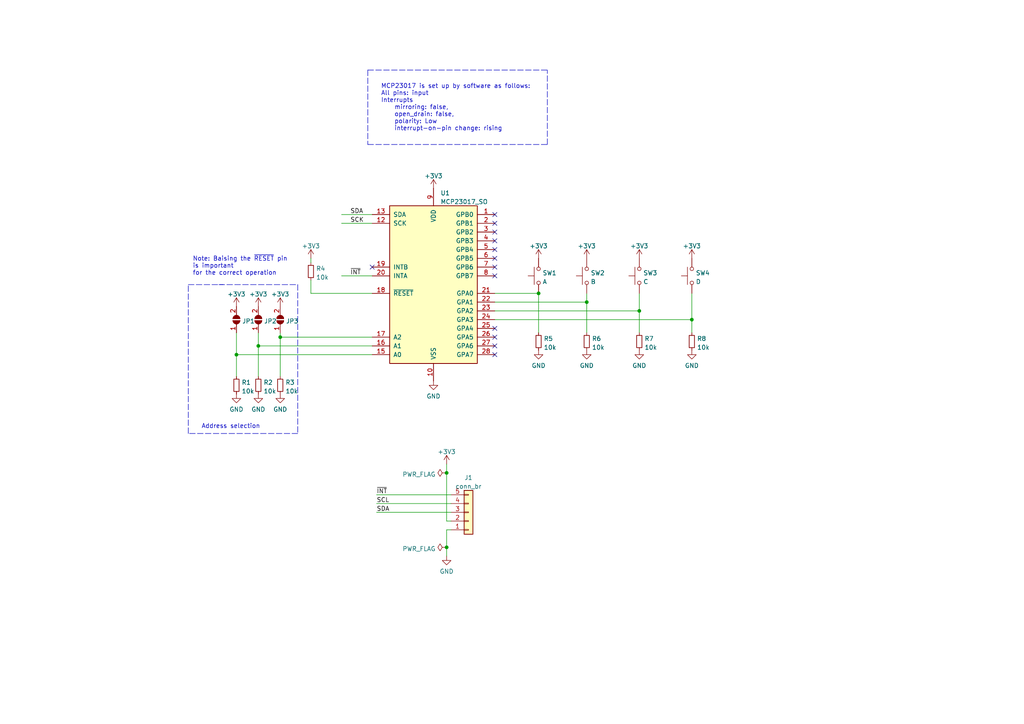
<source format=kicad_sch>
(kicad_sch (version 20211123) (generator eeschema)
  (paper "A4")
  (lib_symbols
    (symbol "Connector_Generic:Conn_01x05" (pin_names (offset 1.016) hide)
      (property "Reference" "J" (at 0 7.62 0))
      (property "Value" "Conn_01x05" (at 0 -7.62 0))
      (symbol "Conn_01x05_1_1"
        (rectangle (start -1.27 -4.953) (end 0 -5.207) (stroke (width 0.1524)))
        (rectangle (start -1.27 -2.413) (end 0 -2.667) (stroke (width 0.1524)))
        (rectangle (start -1.27 0.127) (end 0 -0.127) (stroke (width 0.1524)))
        (rectangle (start -1.27 2.667) (end 0 2.413) (stroke (width 0.1524)))
        (rectangle (start -1.27 5.207) (end 0 4.953) (stroke (width 0.1524)))
        (rectangle (start -1.27 6.35) (end 1.27 -6.35) (stroke (width 0.254)) (fill (type background)))
        (pin passive line (at -5.08 5.08 0) (length 3.81) (name "Pin_1") (number "1"))
        (pin passive line (at -5.08 2.54 0) (length 3.81) (name "Pin_2") (number "2"))
        (pin passive line (at -5.08 0 0) (length 3.81) (name "Pin_3") (number "3"))
        (pin passive line (at -5.08 -2.54 0) (length 3.81) (name "Pin_4") (number "4"))
        (pin passive line (at -5.08 -5.08 0) (length 3.81) (name "Pin_5") (number "5"))
      )
    )
    (symbol "Device:R_Small" (pin_numbers hide) (pin_names (offset 0.254) hide)
      (property "Reference" "R" (at 0.762 0.508 0))
      (property "Value" "R_Small" (at 0.762 -1.016 0))
      (symbol "R_Small_0_1"
        (rectangle (start -0.762 1.778) (end 0.762 -1.778) (stroke (width 0.2032)))
      )
      (symbol "R_Small_1_1"
        (pin passive line (at 0 2.54 270) (length 0.762) (name "~") (number "1"))
        (pin passive line (at 0 -2.54 90) (length 0.762) (name "~") (number "2"))
      )
    )
    (symbol "Interface_Expansion:MCP23017_SO" (pin_names (offset 1.016))
      (property "Reference" "U" (at -11.43 24.13 0))
      (property "Value" "MCP23017_SO" (at 0 0 0))
      (symbol "MCP23017_SO_0_1"
        (rectangle (start -12.7 22.86) (end 12.7 -22.86) (stroke (width 0.254)) (fill (type background)))
      )
      (symbol "MCP23017_SO_1_1"
        (pin bidirectional line (at 17.78 20.32 180) (length 5.08) (name "GPB0") (number "1"))
        (pin power_in line (at 0 -27.94 90) (length 5.08) (name "VSS") (number "10"))
        (pin no_connect line (at -12.7 15.24 0) (length 5.08) hide (name "NC") (number "11"))
        (pin input line (at -17.78 17.78 0) (length 5.08) (name "SCK") (number "12"))
        (pin bidirectional line (at -17.78 20.32 0) (length 5.08) (name "SDA") (number "13"))
        (pin no_connect line (at -12.7 12.7 0) (length 5.08) hide (name "NC") (number "14"))
        (pin input line (at -17.78 -20.32 0) (length 5.08) (name "A0") (number "15"))
        (pin input line (at -17.78 -17.78 0) (length 5.08) (name "A1") (number "16"))
        (pin input line (at -17.78 -15.24 0) (length 5.08) (name "A2") (number "17"))
        (pin input line (at -17.78 -2.54 0) (length 5.08) (name "~{RESET}") (number "18"))
        (pin tri_state line (at -17.78 5.08 0) (length 5.08) (name "INTB") (number "19"))
        (pin bidirectional line (at 17.78 17.78 180) (length 5.08) (name "GPB1") (number "2"))
        (pin tri_state line (at -17.78 2.54 0) (length 5.08) (name "INTA") (number "20"))
        (pin bidirectional line (at 17.78 -2.54 180) (length 5.08) (name "GPA0") (number "21"))
        (pin bidirectional line (at 17.78 -5.08 180) (length 5.08) (name "GPA1") (number "22"))
        (pin bidirectional line (at 17.78 -7.62 180) (length 5.08) (name "GPA2") (number "23"))
        (pin bidirectional line (at 17.78 -10.16 180) (length 5.08) (name "GPA3") (number "24"))
        (pin bidirectional line (at 17.78 -12.7 180) (length 5.08) (name "GPA4") (number "25"))
        (pin bidirectional line (at 17.78 -15.24 180) (length 5.08) (name "GPA5") (number "26"))
        (pin bidirectional line (at 17.78 -17.78 180) (length 5.08) (name "GPA6") (number "27"))
        (pin bidirectional line (at 17.78 -20.32 180) (length 5.08) (name "GPA7") (number "28"))
        (pin bidirectional line (at 17.78 15.24 180) (length 5.08) (name "GPB2") (number "3"))
        (pin bidirectional line (at 17.78 12.7 180) (length 5.08) (name "GPB3") (number "4"))
        (pin bidirectional line (at 17.78 10.16 180) (length 5.08) (name "GPB4") (number "5"))
        (pin bidirectional line (at 17.78 7.62 180) (length 5.08) (name "GPB5") (number "6"))
        (pin bidirectional line (at 17.78 5.08 180) (length 5.08) (name "GPB6") (number "7"))
        (pin bidirectional line (at 17.78 2.54 180) (length 5.08) (name "GPB7") (number "8"))
        (pin power_in line (at 0 27.94 270) (length 5.08) (name "VDD") (number "9"))
      )
    )
    (symbol "Jumper:SolderJumper_2_Open" (pin_names (offset 0) hide)
      (property "Reference" "JP" (at 0 2.032 0))
      (property "Value" "SolderJumper_2_Open" (at 0 -2.54 0))
      (symbol "SolderJumper_2_Open_0_1"
        (arc (start -0.254 1.016) (mid -1.27 0) (end -0.254 -1.016))
        (arc (start -0.254 1.016) (mid -1.27 0) (end -0.254 -1.016) (fill (type outline)))
        (polyline (pts (xy -0.254 1.016) (xy -0.254 -1.016)))
        (polyline (pts (xy 0.254 1.016) (xy 0.254 -1.016)))
        (arc (start 0.254 -1.016) (mid 1.27 0) (end 0.254 1.016))
        (arc (start 0.254 -1.016) (mid 1.27 0) (end 0.254 1.016) (fill (type outline)))
      )
      (symbol "SolderJumper_2_Open_1_1"
        (pin passive line (at -3.81 0 0) (length 2.54) (name "A") (number "1"))
        (pin passive line (at 3.81 0 180) (length 2.54) (name "B") (number "2"))
      )
    )
    (symbol "Switch:SW_Push" (pin_numbers hide) (pin_names (offset 1.016) hide)
      (property "Reference" "SW" (at 1.27 2.54 0))
      (property "Value" "SW_Push" (at 0 -1.524 0))
      (symbol "SW_Push_0_1"
        (circle (center -2.032 0) (radius 0.508))
        (polyline (pts (xy 0 1.27) (xy 0 3.048)))
        (polyline (pts (xy 2.54 1.27) (xy -2.54 1.27)))
        (circle (center 2.032 0) (radius 0.508))
        (pin passive line (at -5.08 0 0) (length 2.54) (name "1") (number "1"))
        (pin passive line (at 5.08 0 180) (length 2.54) (name "2") (number "2"))
      )
    )
    (symbol "power:+3.3V" (power) (pin_names (offset 0))
      (property "Value" "+3.3V" (at 0 3.556 0))
      (symbol "+3.3V_0_1"
        (polyline (pts (xy -0.762 1.27) (xy 0 2.54)))
        (polyline (pts (xy 0 0) (xy 0 2.54)))
        (polyline (pts (xy 0 2.54) (xy 0.762 1.27)))
      )
      (symbol "+3.3V_1_1"
        (pin power_in line (at 0 0 90) (length 0) hide (name "+3V3") (number "1"))
      )
    )
    (symbol "power:+3V3" (power) (pin_names (offset 0))
      (property "Value" "+3V3" (at 0 3.556 0))
      (symbol "+3V3_0_1"
        (polyline (pts (xy -0.762 1.27) (xy 0 2.54)))
        (polyline (pts (xy 0 0) (xy 0 2.54)))
        (polyline (pts (xy 0 2.54) (xy 0.762 1.27)))
      )
      (symbol "+3V3_1_1"
        (pin power_in line (at 0 0 90) (length 0) hide (name "+3V3") (number "1"))
      )
    )
    (symbol "power:GND" (power) (pin_names (offset 0))
      (property "Value" "GND" (at 0 -3.81 0))
      (symbol "GND_0_1"
        (polyline (pts (xy 0 0) (xy 0 -1.27) (xy 1.27 -1.27) (xy 0 -2.54) (xy -1.27 -1.27) (xy 0 -1.27)))
      )
      (symbol "GND_1_1"
        (pin power_in line (at 0 0 270) (length 0) hide (name "GND") (number "1"))
      )
    )
    (symbol "power:PWR_FLAG" (power) (pin_numbers hide) (pin_names (offset 0) hide)
      (property "Value" "PWR_FLAG" (at 0 3.81 0))
      (symbol "PWR_FLAG_0_0"
        (pin power_out line (at 0 0 90) (length 0) (name "pwr") (number "1"))
      )
      (symbol "PWR_FLAG_0_1"
        (polyline (pts (xy 0 0) (xy 0 1.27) (xy -1.016 1.905) (xy 0 2.54) (xy 1.016 1.905) (xy 0 1.27)))
      )
    )
  )
  (junction (at 170.18 87.63))
  (junction (at 68.58 102.87))
  (junction (at 156.21 85.09))
  (junction (at 129.54 137.16))
  (junction (at 74.93 100.33))
  (junction (at 185.42 90.17))
  (junction (at 129.54 158.75))
  (junction (at 81.28 97.79))
  (junction (at 200.66 92.71))
  (no_connect (at 107.95 77.47))
  (no_connect (at 143.51 62.23))
  (no_connect (at 143.51 64.77))
  (no_connect (at 143.51 67.31))
  (no_connect (at 143.51 69.85))
  (no_connect (at 143.51 72.39))
  (no_connect (at 143.51 74.93))
  (no_connect (at 143.51 77.47))
  (no_connect (at 143.51 80.01))
  (no_connect (at 143.51 95.25))
  (no_connect (at 143.51 97.79))
  (no_connect (at 143.51 100.33))
  (no_connect (at 143.51 102.87))
  (wire (pts (xy 170.18 87.63) (xy 170.18 85.09)))
  (wire (pts (xy 109.22 143.51) (xy 130.81 143.51)))
  (polyline (pts (xy 86.36 82.55) (xy 86.36 125.73)))
  (wire (pts (xy 90.17 74.93) (xy 90.17 76.2)))
  (wire (pts (xy 156.21 85.09) (xy 156.21 96.52)))
  (wire (pts (xy 68.58 96.52) (xy 68.58 102.87)))
  (wire (pts (xy 90.17 85.09) (xy 90.17 81.28)))
  (polyline (pts (xy 106.68 41.91) (xy 158.75 41.91)))
  (wire (pts (xy 143.51 87.63) (xy 170.18 87.63)))
  (polyline (pts (xy 54.61 82.55) (xy 64.77 82.55)))
  (wire (pts (xy 170.18 87.63) (xy 170.18 96.52)))
  (wire (pts (xy 99.06 80.01) (xy 107.95 80.01)))
  (polyline (pts (xy 86.36 125.73) (xy 54.61 125.73)))
  (wire (pts (xy 74.93 96.52) (xy 74.93 100.33)))
  (wire (pts (xy 185.42 90.17) (xy 185.42 96.52)))
  (wire (pts (xy 143.51 85.09) (xy 156.21 85.09)))
  (wire (pts (xy 99.06 64.77) (xy 107.95 64.77)))
  (wire (pts (xy 74.93 100.33) (xy 107.95 100.33)))
  (wire (pts (xy 143.51 92.71) (xy 200.66 92.71)))
  (wire (pts (xy 74.93 100.33) (xy 74.93 109.22)))
  (polyline (pts (xy 63.5 82.55) (xy 86.36 82.55)))
  (wire (pts (xy 109.22 146.05) (xy 130.81 146.05)))
  (wire (pts (xy 81.28 96.52) (xy 81.28 97.79)))
  (wire (pts (xy 200.66 92.71) (xy 200.66 96.52)))
  (polyline (pts (xy 106.68 20.32) (xy 106.68 41.91)))
  (wire (pts (xy 130.81 151.13) (xy 129.54 151.13)))
  (wire (pts (xy 185.42 90.17) (xy 185.42 85.09)))
  (wire (pts (xy 130.81 153.67) (xy 129.54 153.67)))
  (wire (pts (xy 129.54 151.13) (xy 129.54 137.16)))
  (polyline (pts (xy 54.61 125.73) (xy 54.61 82.55)))
  (wire (pts (xy 99.06 62.23) (xy 107.95 62.23)))
  (wire (pts (xy 143.51 90.17) (xy 185.42 90.17)))
  (wire (pts (xy 129.54 137.16) (xy 129.54 134.62)))
  (wire (pts (xy 200.66 92.71) (xy 200.66 85.09)))
  (polyline (pts (xy 106.68 20.32) (xy 158.75 20.32)))
  (wire (pts (xy 129.54 158.75) (xy 129.54 161.29)))
  (wire (pts (xy 68.58 102.87) (xy 68.58 109.22)))
  (wire (pts (xy 81.28 97.79) (xy 81.28 109.22)))
  (wire (pts (xy 129.54 153.67) (xy 129.54 158.75)))
  (wire (pts (xy 109.22 148.59) (xy 130.81 148.59)))
  (wire (pts (xy 90.17 85.09) (xy 107.95 85.09)))
  (polyline (pts (xy 158.75 41.91) (xy 158.75 20.32)))
  (wire (pts (xy 81.28 97.79) (xy 107.95 97.79)))
  (wire (pts (xy 68.58 102.87) (xy 107.95 102.87)))
  (text "Note: Baising the ~{RESET} pin \nis important\nfor the correct operation" (at 55.88 80.01 0) (effects (font (size 1.27 1.27)) (justify left bottom)))
  (text "Address selection\n" (at 58.42 124.46 0) (effects (font (size 1.27 1.27)) (justify left bottom)))
  (text "MCP23017 is set up by software as follows:\nAll pins: input\nInterrupts\n    mirroring: false,\n    open_drain: false,\n    polarity: Low\n    interrupt-on-pin change: rising" (at 110.49 38.1 0) (effects (font (size 1.27 1.27)) (justify left bottom)))
  (label "SDA" (at 101.6 62.23 0))
  (label "~{INT}" (at 109.22 143.51 0))
  (label "SCL" (at 109.22 146.05 0))
  (label "SDA" (at 109.22 148.59 0))
  (label "~{INT}" (at 101.6 80.01 0))
  (label "SCK" (at 101.6 64.77 0))
  (symbol (lib_id "Device:R_Small") (at 68.58 111.76 0) (unit 1)
    (property "Reference" "R1" (at 70.0786 110.9253 0) (effects (justify left)))
    (property "Value" "10k" (at 70.0786 113.4622 0) (effects (justify left)))
  )
  (symbol (lib_id "Device:R_Small") (at 185.42 99.06 0) (unit 1)
    (property "Reference" "R7" (at 186.9186 98.2253 0) (effects (justify left)))
    (property "Value" "10k" (at 186.9186 100.7622 0) (effects (justify left)))
  )
  (symbol (lib_id "power:PWR_FLAG") (at 129.54 137.16 90) (unit 1)
    (property "Reference" "#FLG01" (effects hide))
    (property "Value" "PWR_FLAG" (at 126.3651 137.5938 90) (effects (justify left)))
  )
  (symbol (lib_id "Connector_Generic:Conn_01x05") (at 135.89 148.59 0) (mirror x) (unit 1)
    (property "Reference" "J1" (at 135.89 138.5402 0))
    (property "Value" "conn_br" (at 135.89 141.0771 0))
    (property "Footprint" "Connector_JST:JST_PH_B5B-PH-K_1x05_P2.00mm_Vertical" (effects hide))
  )
  (symbol (lib_id "Device:R_Small") (at 74.93 111.76 0) (unit 1)
    (property "Reference" "R2" (at 76.4286 110.9253 0) (effects (justify left)))
    (property "Value" "10k" (at 76.4286 113.4622 0) (effects (justify left)))
  )
  (symbol (lib_id "Switch:SW_Push") (at 170.18 80.01 90) (unit 1)
    (property "Reference" "SW2" (at 171.323 79.1753 90) (effects (justify right)))
    (property "Value" "B" (at 171.323 81.7122 90) (effects (justify right)))
    (property "Datasheet" "https://asset.conrad.com/media10/add/160267/c1/-/en/001566644DS00/datenblatt-1566644-tru-components-pbs-18b-701786-drucktaster-50-v-dcac-0025-a-1-x-ausein-tastend-1-st.pdf" (effects hide))
  )
  (symbol (lib_id "Switch:SW_Push") (at 185.42 80.01 90) (unit 1)
    (property "Reference" "SW3" (at 186.563 79.1753 90) (effects (justify right)))
    (property "Value" "C" (at 186.563 81.7122 90) (effects (justify right)))
    (property "Datasheet" "https://asset.conrad.com/media10/add/160267/c1/-/en/001566644DS00/datenblatt-1566644-tru-components-pbs-18b-701786-drucktaster-50-v-dcac-0025-a-1-x-ausein-tastend-1-st.pdf" (effects hide))
  )
  (symbol (lib_id "Switch:SW_Push") (at 156.21 80.01 90) (unit 1)
    (property "Reference" "SW1" (at 157.353 79.1753 90) (effects (justify right)))
    (property "Value" "A" (at 157.353 81.7122 90) (effects (justify right)))
    (property "Datasheet" "https://asset.conrad.com/media10/add/160267/c1/-/en/001566644DS00/datenblatt-1566644-tru-components-pbs-18b-701786-drucktaster-50-v-dcac-0025-a-1-x-ausein-tastend-1-st.pdf" (effects hide))
  )
  (symbol (lib_id "power:+3.3V") (at 170.18 74.93 0) (unit 1)
    (property "Reference" "#PWR014" (effects hide))
    (property "Value" "+3.3V" (at 170.18 71.3542 0))
  )
  (symbol (lib_id "power:+3V3") (at 74.93 88.9 0) (unit 1)
    (property "Reference" "#PWR03" (effects hide))
    (property "Value" "+3V3" (at 74.93 85.3242 0))
  )
  (symbol (lib_id "Device:R_Small") (at 200.66 99.06 0) (unit 1)
    (property "Reference" "R8" (at 202.1586 98.2253 0) (effects (justify left)))
    (property "Value" "10k" (at 202.1586 100.7622 0) (effects (justify left)))
  )
  (symbol (lib_id "power:+3.3V") (at 129.54 134.62 0) (unit 1)
    (property "Reference" "#PWR010" (effects hide))
    (property "Value" "+3.3V" (at 129.54 131.0442 0))
  )
  (symbol (lib_id "Jumper:SolderJumper_2_Open") (at 81.28 92.71 90) (unit 1)
    (property "Reference" "JP3" (at 82.931 93.1438 90) (effects (justify right)))
    (property "Value" "SolderJumper_2_Open" (effects hide))
  )
  (symbol (lib_id "power:GND") (at 68.58 114.3 0) (unit 1)
    (property "Reference" "#PWR02" (effects hide))
    (property "Value" "GND" (at 68.58 118.7434 0))
  )
  (symbol (lib_id "power:PWR_FLAG") (at 129.54 158.75 90) (unit 1)
    (property "Reference" "#FLG0101" (effects hide))
    (property "Value" "PWR_FLAG" (at 126.3651 159.1838 90) (effects (justify left)))
  )
  (symbol (lib_id "power:+3.3V") (at 90.17 74.93 0) (unit 1)
    (property "Reference" "#PWR07" (effects hide))
    (property "Value" "+3.3V" (at 90.17 71.3542 0))
  )
  (symbol (lib_id "Switch:SW_Push") (at 200.66 80.01 90) (unit 1)
    (property "Reference" "SW4" (at 201.803 79.1753 90) (effects (justify right)))
    (property "Value" "D" (at 201.803 81.7122 90) (effects (justify right)))
    (property "Datasheet" "https://asset.conrad.com/media10/add/160267/c1/-/en/001566644DS00/datenblatt-1566644-tru-components-pbs-18b-701786-drucktaster-50-v-dcac-0025-a-1-x-ausein-tastend-1-st.pdf" (effects hide))
  )
  (symbol (lib_id "Device:R_Small") (at 156.21 99.06 0) (unit 1)
    (property "Reference" "R5" (at 157.7086 98.2253 0) (effects (justify left)))
    (property "Value" "10k" (at 157.7086 100.7622 0) (effects (justify left)))
  )
  (symbol (lib_id "power:+3.3V") (at 125.73 54.61 0) (unit 1)
    (property "Reference" "#PWR08" (effects hide))
    (property "Value" "+3.3V" (at 125.73 51.0342 0))
  )
  (symbol (lib_id "power:GND") (at 125.73 110.49 0) (unit 1)
    (property "Reference" "#PWR09" (effects hide))
    (property "Value" "GND" (at 125.73 114.9334 0))
  )
  (symbol (lib_id "power:+3.3V") (at 156.21 74.93 0) (unit 1)
    (property "Reference" "#PWR012" (effects hide))
    (property "Value" "+3.3V" (at 156.21 71.3542 0))
  )
  (symbol (lib_id "Device:R_Small") (at 170.18 99.06 0) (unit 1)
    (property "Reference" "R6" (at 171.6786 98.2253 0) (effects (justify left)))
    (property "Value" "10k" (at 171.6786 100.7622 0) (effects (justify left)))
  )
  (symbol (lib_id "Device:R_Small") (at 90.17 78.74 0) (unit 1)
    (property "Reference" "R4" (at 91.6686 77.9053 0) (effects (justify left)))
    (property "Value" "10k" (at 91.6686 80.4422 0) (effects (justify left)))
  )
  (symbol (lib_id "Interface_Expansion:MCP23017_SO") (at 125.73 82.55 0) (unit 1)
    (property "Reference" "U1" (at 127.7494 55.9902 0) (effects (justify left)))
    (property "Value" "MCP23017_SO" (at 127.7494 58.5271 0) (effects (justify left)))
    (property "Footprint" "Package_SO:SOIC-28W_7.5x17.9mm_P1.27mm" (effects hide))
    (property "Datasheet" "http://ww1.microchip.com/downloads/en/DeviceDoc/20001952C.pdf" (effects hide))
  )
  (symbol (lib_id "Jumper:SolderJumper_2_Open") (at 74.93 92.71 90) (unit 1)
    (property "Reference" "JP2" (at 76.581 93.1438 90) (effects (justify right)))
    (property "Value" "SolderJumper_2_Open" (effects hide))
  )
  (symbol (lib_id "power:+3.3V") (at 200.66 74.93 0) (unit 1)
    (property "Reference" "#PWR018" (effects hide))
    (property "Value" "+3.3V" (at 200.66 71.3542 0))
  )
  (symbol (lib_id "Device:R_Small") (at 81.28 111.76 0) (unit 1)
    (property "Reference" "R3" (at 82.7786 110.9253 0) (effects (justify left)))
    (property "Value" "10k" (at 82.7786 113.4622 0) (effects (justify left)))
  )
  (symbol (lib_id "power:GND") (at 129.54 161.29 0) (unit 1)
    (property "Reference" "#PWR011" (effects hide))
    (property "Value" "GND" (at 129.54 165.7334 0))
  )
  (symbol (lib_id "power:GND") (at 200.66 101.6 0) (unit 1)
    (property "Reference" "#PWR019" (effects hide))
    (property "Value" "GND" (at 200.66 106.0434 0))
  )
  (symbol (lib_id "power:+3V3") (at 68.58 88.9 0) (unit 1)
    (property "Reference" "#PWR01" (effects hide))
    (property "Value" "+3V3" (at 68.58 85.3242 0))
  )
  (symbol (lib_id "power:GND") (at 185.42 101.6 0) (unit 1)
    (property "Reference" "#PWR017" (effects hide))
    (property "Value" "GND" (at 185.42 106.0434 0))
  )
  (symbol (lib_id "power:GND") (at 156.21 101.6 0) (unit 1)
    (property "Reference" "#PWR013" (effects hide))
    (property "Value" "GND" (at 156.21 106.0434 0))
  )
  (symbol (lib_id "power:+3.3V") (at 185.42 74.93 0) (unit 1)
    (property "Reference" "#PWR016" (effects hide))
    (property "Value" "+3.3V" (at 185.42 71.3542 0))
  )
  (symbol (lib_id "power:+3V3") (at 81.28 88.9 0) (unit 1)
    (property "Reference" "#PWR05" (effects hide))
    (property "Value" "+3V3" (at 81.28 85.3242 0))
  )
  (symbol (lib_id "power:GND") (at 74.93 114.3 0) (unit 1)
    (property "Reference" "#PWR04" (effects hide))
    (property "Value" "GND" (at 74.93 118.7434 0))
  )
  (symbol (lib_id "power:GND") (at 81.28 114.3 0) (unit 1)
    (property "Reference" "#PWR06" (effects hide))
    (property "Value" "GND" (at 81.28 118.7434 0))
  )
  (symbol (lib_id "Jumper:SolderJumper_2_Open") (at 68.58 92.71 90) (unit 1)
    (property "Reference" "JP1" (at 70.231 93.1438 90) (effects (justify right)))
    (property "Value" "SolderJumper_2_Open" (effects hide))
  )
  (symbol (lib_id "power:GND") (at 170.18 101.6 0) (unit 1)
    (property "Reference" "#PWR015" (effects hide))
    (property "Value" "GND" (at 170.18 106.0434 0))
  )
)
</source>
